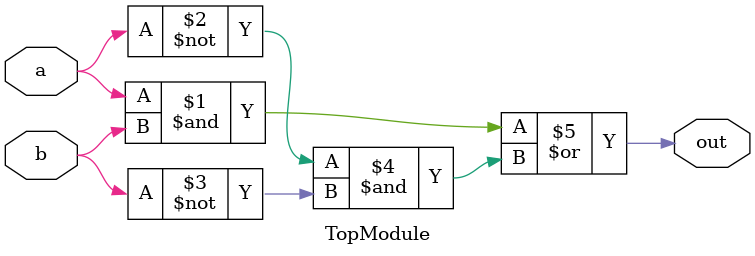
<source format=sv>

module TopModule (
  input a,
  input b,
  output out
);
assign out = (a & b) | (~a & ~b);
endmodule

</source>
